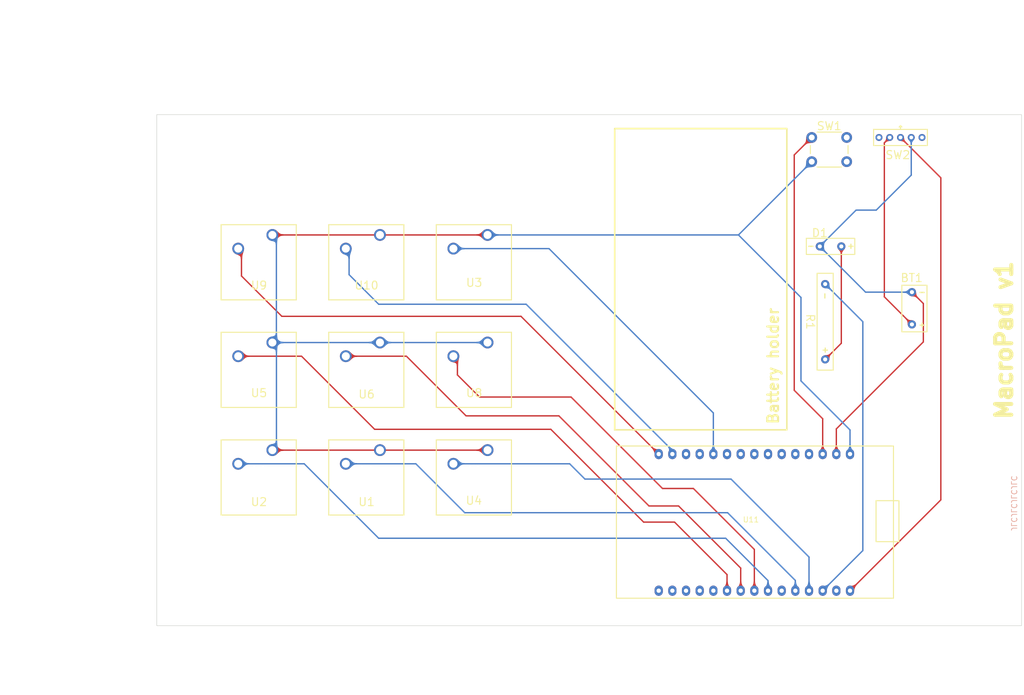
<source format=kicad_pcb>
(kicad_pcb (version 20241229) (generator "pcbnew") (generator_version "9.0")
  (title_block (title "Macro Pad PCB desgin") (date "2025-07-31") (company "Mario Miralles"))
  (layers (0 "F.Cu" signal) (2 "B.Cu" signal) (13 "F.Paste" user) (15 "B.Paste" user) (5 "F.SilkS" user "F.Silkscreen") (7 "B.SilkS" user "B.Silkscreen") (1 "F.Mask" user) (3 "B.Mask" user) (25 "Edge.Cuts" user))
  (net 0 "")
  (net 5 "Net-(BT1-+)")
  (net 6 "Net-(BT1--)")
  (net 7 "Net-(D1-A)")
  (net 8 "Net-(U11-GPIO13)")
  (net 9 "Net-(U11-GPIO15)")
  (net 10 "Net-(U11-3.3v)")
  (net 11 "Net-(U11-VIN)")
  (net 12 "Net-(U11-GPIO23)")
  (net 13 "Net-(U11-GPIO22)")
  (net 14 "Net-(U11-GPIO12)")
  (net 15 "Net-(U11-GPIO32)")
  (net 16 "Net-(U11-GPIO33)")
  (net 17 "Net-(U11-GPIO25)")
  (net 18 "Net-(U11-GPIO26)")
  (net 19 "Net-(U11-GPIO14)")
  (net 31 "Net-(U11-GPIO21)")
  (footprint "CustomSymbols:Resistor_holes" (layer "F.Cu") (at 197.5 96.75 -90)
    (property "Reference" "R1" (at 0 2.75 270) (layer "F.SilkS") (effects (font (size 1.5 1.5) (thickness 0.2))))
    (property "Value" "R")
    (fp_rect (start -9 -1.5) (end 9 1.5) (stroke (width 0.2)) (fill no) (layer "F.SilkS"))
    (fp_text user "-" (at -5.575 0.575 270) (layer "F.SilkS") (effects (font (thickness 0.25) (bold yes)) (justify left bottom)))
    (fp_text user "+" (at 4.5 0.5 270) (layer "F.SilkS") (effects (font (thickness 0.25) (bold yes)) (justify left bottom)))
    (pad "1" thru_hole circle (at -7 0 270) (size 1.524 1.524) (drill 0.762) (layers "*.Cu" "*.Mask") (net 8 "Net-(U11-GPIO13)"))
    (pad "2" thru_hole circle (at 7 0 270) (size 1.524 1.524) (drill 0.762) (layers "*.Cu" "*.Mask") (net 7 "Net-(D1-A)"))
  )
  (footprint "CustomSymbols:LED_holes" (layer "F.Cu") (at 198.5 82.75)
    (property "Reference" "D1" (at -2 -2.5 0) (layer "F.SilkS") (effects (font (size 1.5 1.5) (thickness 0.2))))
    (property "Value" "LED" (hide yes))
    (fp_rect (start -4.5 -1.5) (end 4.5 1.5) (stroke (width 0.2)) (fill no) (layer "F.SilkS"))
    (fp_text user "+" (at 3 0.5 0) (layer "F.SilkS") (effects (font (thickness 0.25) (bold yes)) (justify left bottom)))
    (fp_text user "-" (at -4.45 0.5 0) (layer "F.SilkS") (effects (font (thickness 0.25) (bold yes)) (justify left bottom)))
    (pad "1" thru_hole circle (at -2 0) (size 1.524 1.524) (drill 0.762) (layers "*.Cu" "*.Mask") (net 6 "Net-(BT1--)"))
    (pad "2" thru_hole circle (at 2 0) (size 1.524 1.524) (drill 0.762) (layers "*.Cu" "*.Mask") (net 7 "Net-(D1-A)"))
  )
  (footprint "Button_Switch_Keyboard:SW_Cherry_MX_1.00u_PCB" (layer "F.Cu") (at 112.25 125.75)
    (property "Reference" "U1" (at 0 4.5 0) (layer "F.SilkS") (effects (font (size 1.5 1.5) (thickness 0.2))))
    (property "Value" "~")
    (fp_line (start -7.035 -7.035) (end 6.935 -7.035) (stroke (width 0.2)) (layer "F.SilkS"))
    (fp_line (start -7.035 6.935) (end -7.035 -7.035) (stroke (width 0.2)) (layer "F.SilkS"))
    (fp_line (start 6.935 -7.035) (end 6.935 6.935) (stroke (width 0.2)) (layer "F.SilkS"))
    (fp_line (start 6.935 6.935) (end -7.035 6.935) (stroke (width 0.2)) (layer "F.SilkS"))
    (pad "" np_thru_hole circle (at -5.13 -0.05) (size 1.7 1.7) (drill 1.7) (layers "*.Cu" "*.Mask"))
    (pad "" np_thru_hole circle (at -0.05 -0.05) (size 4 4) (drill 4) (layers "*.Cu" "*.Mask"))
    (pad "" np_thru_hole circle (at 5.03 -0.05) (size 1.7 1.7) (drill 1.7) (layers "*.Cu" "*.Mask"))
    (pad "1" thru_hole circle (at 2.49 -5.13) (size 2.2 2.2) (drill 1.5) (layers "*.Cu" "*.Mask") (net 10 "Net-(U11-3.3v)"))
    (pad "2" thru_hole circle (at -3.86 -2.59) (size 2.2 2.2) (drill 1.5) (layers "*.Cu" "*.Mask") (net 19 "Net-(U11-GPIO14)"))
  )
  (footprint "Button_Switch_Keyboard:SW_Cherry_MX_1.00u_PCB" (layer "F.Cu") (at 132.25 105.75)
    (property "Reference" "U8" (at 0 4.25 0) (layer "F.SilkS") (effects (font (size 1.5 1.5) (thickness 0.2))))
    (property "Value" "~")
    (fp_line (start -7.035 -7.035) (end 6.935 -7.035) (stroke (width 0.2)) (layer "F.SilkS"))
    (fp_line (start -7.035 6.935) (end -7.035 -7.035) (stroke (width 0.2)) (layer "F.SilkS"))
    (fp_line (start 6.935 -7.035) (end 6.935 6.935) (stroke (width 0.2)) (layer "F.SilkS"))
    (fp_line (start 6.935 6.935) (end -7.035 6.935) (stroke (width 0.2)) (layer "F.SilkS"))
    (pad "" np_thru_hole circle (at -5.13 -0.05) (size 1.7 1.7) (drill 1.7) (layers "*.Cu" "*.Mask"))
    (pad "" np_thru_hole circle (at -0.05 -0.05) (size 4 4) (drill 4) (layers "*.Cu" "*.Mask"))
    (pad "" np_thru_hole circle (at 5.03 -0.05) (size 1.7 1.7) (drill 1.7) (layers "*.Cu" "*.Mask"))
    (pad "1" thru_hole circle (at 2.49 -5.13) (size 2.2 2.2) (drill 1.5) (layers "*.Cu" "*.Mask") (net 10 "Net-(U11-3.3v)"))
    (pad "2" thru_hole circle (at -3.86 -2.59) (size 2.2 2.2) (drill 1.5) (layers "*.Cu" "*.Mask") (net 17 "Net-(U11-GPIO25)"))
  )
  (footprint "MountingHole:MountingHole_6mm" (layer "F.Cu") (at 81.25 145.25)
    (property "Reference" "REF**" (hide yes))
    (property "Value" "MountingHole_6mm")
    (pad "" np_thru_hole circle (at 0 0) (size 6 6) (drill 6) (layers "*.Cu" "*.Mask"))
  )
  (footprint "Button_Switch_Keyboard:SW_Cherry_MX_1.00u_PCB" (layer "F.Cu") (at 132.25 85.75)
    (property "Reference" "U3" (at 0 3.75 0) (layer "F.SilkS") (effects (font (size 1.5 1.5) (thickness 0.2))))
    (property "Value" "~")
    (fp_line (start -7.035 -7.035) (end 6.935 -7.035) (stroke (width 0.2)) (layer "F.SilkS"))
    (fp_line (start -7.035 6.935) (end -7.035 -7.035) (stroke (width 0.2)) (layer "F.SilkS"))
    (fp_line (start 6.935 -7.035) (end 6.935 6.935) (stroke (width 0.2)) (layer "F.SilkS"))
    (fp_line (start 6.935 6.935) (end -7.035 6.935) (stroke (width 0.2)) (layer "F.SilkS"))
    (pad "" np_thru_hole circle (at -5.13 -0.05) (size 1.7 1.7) (drill 1.7) (layers "*.Cu" "*.Mask"))
    (pad "" np_thru_hole circle (at -0.05 -0.05) (size 4 4) (drill 4) (layers "*.Cu" "*.Mask"))
    (pad "" np_thru_hole circle (at 5.03 -0.05) (size 1.7 1.7) (drill 1.7) (layers "*.Cu" "*.Mask"))
    (pad "1" thru_hole circle (at 2.49 -5.13) (size 2.2 2.2) (drill 1.5) (layers "*.Cu" "*.Mask") (net 10 "Net-(U11-3.3v)"))
    (pad "2" thru_hole circle (at -3.86 -2.59) (size 2.2 2.2) (drill 1.5) (layers "*.Cu" "*.Mask") (net 31 "Net-(U11-GPIO21)"))
  )
  (footprint "Button_Switch_Keyboard:SW_Cherry_MX_1.00u_PCB" (layer "F.Cu") (at 132.25 125.75)
    (property "Reference" "U4" (at -0.05 4.25 0) (layer "F.SilkS") (effects (font (size 1.5 1.5) (thickness 0.2))))
    (property "Value" "~")
    (fp_line (start -7.035 -7.035) (end 6.935 -7.035) (stroke (width 0.2)) (layer "F.SilkS"))
    (fp_line (start -7.035 6.935) (end -7.035 -7.035) (stroke (width 0.2)) (layer "F.SilkS"))
    (fp_line (start 6.935 -7.035) (end 6.935 6.935) (stroke (width 0.2)) (layer "F.SilkS"))
    (fp_line (start 6.935 6.935) (end -7.035 6.935) (stroke (width 0.2)) (layer "F.SilkS"))
    (pad "" np_thru_hole circle (at -5.13 -0.05) (size 1.7 1.7) (drill 1.7) (layers "*.Cu" "*.Mask"))
    (pad "" np_thru_hole circle (at -0.05 -0.05) (size 4 4) (drill 4) (layers "*.Cu" "*.Mask"))
    (pad "" np_thru_hole circle (at 5.03 -0.05) (size 1.7 1.7) (drill 1.7) (layers "*.Cu" "*.Mask"))
    (pad "1" thru_hole circle (at 2.49 -5.13) (size 2.2 2.2) (drill 1.5) (layers "*.Cu" "*.Mask") (net 10 "Net-(U11-3.3v)"))
    (pad "2" thru_hole circle (at -3.86 -2.59) (size 2.2 2.2) (drill 1.5) (layers "*.Cu" "*.Mask") (net 14 "Net-(U11-GPIO12)"))
  )
  (footprint "Button_Switch_Keyboard:SW_Cherry_MX_1.00u_PCB" (layer "F.Cu") (at 112.25 105.75)
    (property "Reference" "U6" (at 0 4.5 0) (layer "F.SilkS") (effects (font (size 1.5 1.5) (thickness 0.2))))
    (property "Value" "~")
    (fp_line (start -7.035 -7.035) (end 6.935 -7.035) (stroke (width 0.2)) (layer "F.SilkS"))
    (fp_line (start -7.035 6.935) (end -7.035 -7.035) (stroke (width 0.2)) (layer "F.SilkS"))
    (fp_line (start 6.935 -7.035) (end 6.935 6.935) (stroke (width 0.2)) (layer "F.SilkS"))
    (fp_line (start 6.935 6.935) (end -7.035 6.935) (stroke (width 0.2)) (layer "F.SilkS"))
    (pad "" np_thru_hole circle (at -5.13 -0.05) (size 1.7 1.7) (drill 1.7) (layers "*.Cu" "*.Mask"))
    (pad "" np_thru_hole circle (at -0.05 -0.05) (size 4 4) (drill 4) (layers "*.Cu" "*.Mask"))
    (pad "" np_thru_hole circle (at 5.03 -0.05) (size 1.7 1.7) (drill 1.7) (layers "*.Cu" "*.Mask"))
    (pad "1" thru_hole circle (at 2.49 -5.13) (size 2.2 2.2) (drill 1.5) (layers "*.Cu" "*.Mask") (net 10 "Net-(U11-3.3v)"))
    (pad "2" thru_hole circle (at -3.86 -2.59) (size 2.2 2.2) (drill 1.5) (layers "*.Cu" "*.Mask") (net 16 "Net-(U11-GPIO33)"))
  )
  (footprint "Button_Switch_Keyboard:SW_Cherry_MX_1.00u_PCB" (layer "F.Cu") (at 92.25 85.75)
    (property "Reference" "U9" (at 0 4.25 0) (layer "F.SilkS") (effects (font (size 1.5 1.5) (thickness 0.2))))
    (property "Value" "~")
    (fp_line (start -7.035 -7.035) (end 6.935 -7.035) (stroke (width 0.2)) (layer "F.SilkS"))
    (fp_line (start -7.035 6.935) (end -7.035 -7.035) (stroke (width 0.2)) (layer "F.SilkS"))
    (fp_line (start 6.935 -7.035) (end 6.935 6.935) (stroke (width 0.2)) (layer "F.SilkS"))
    (fp_line (start 6.935 6.935) (end -7.035 6.935) (stroke (width 0.2)) (layer "F.SilkS"))
    (pad "" np_thru_hole circle (at -5.13 -0.05) (size 1.7 1.7) (drill 1.7) (layers "*.Cu" "*.Mask"))
    (pad "" np_thru_hole circle (at -0.05 -0.05) (size 4 4) (drill 4) (layers "*.Cu" "*.Mask"))
    (pad "" np_thru_hole circle (at 5.03 -0.05) (size 1.7 1.7) (drill 1.7) (layers "*.Cu" "*.Mask"))
    (pad "1" thru_hole circle (at 2.49 -5.13) (size 2.2 2.2) (drill 1.5) (layers "*.Cu" "*.Mask") (net 10 "Net-(U11-3.3v)"))
    (pad "2" thru_hole circle (at -3.86 -2.59) (size 2.2 2.2) (drill 1.5) (layers "*.Cu" "*.Mask") (net 12 "Net-(U11-GPIO23)"))
  )
  (footprint "clipboard:108cbfb9-6861-4f53-83a6-263d15a50d2a" (layer "F.Cu") (at 174.375 60.85 90)
    (property "Reference" "" (at 0 0 90) (layer "F.SilkS") (effects (font (size 1.27 1.27))))
    (property "Value" "" (at 0 0 90) (layer "F.SilkS") (effects (font (size 1.27 1.27))))
    (fp_rect (start -56 -16) (end 0 16) (stroke (width 0.3)) (fill no) (layer "F.SilkS"))
  )
  (footprint "MountingHole:MountingHole_6mm" (layer "F.Cu") (at 143.25 145.25)
    (property "Reference" "REF**" (hide yes))
    (property "Value" "MountingHole_6mm")
    (pad "" np_thru_hole circle (at 0 0) (size 6 6) (drill 6) (layers "*.Cu" "*.Mask"))
  )
  (footprint "MountingHole:MountingHole_6mm" (layer "F.Cu") (at 226 145.25)
    (property "Reference" "REF**" (hide yes))
    (property "Value" "MountingHole_6mm")
    (pad "" np_thru_hole circle (at 0 0) (size 6 6) (drill 6) (layers "*.Cu" "*.Mask"))
  )
  (footprint "MountingHole:MountingHole_6mm" (layer "F.Cu") (at 143.25 66.25)
    (property "Reference" "REF**" (hide yes))
    (property "Value" "MountingHole_6mm")
    (pad "" np_thru_hole circle (at 0 0) (size 6 6) (drill 6) (layers "*.Cu" "*.Mask"))
  )
  (footprint "CustomSymbols:Battery holder" (layer "F.Cu") (at 213.625 94.25)
    (property "Reference" "BT1" (at -0.05 -5.65 0) (layer "F.SilkS") (effects (font (size 1.5 1.5) (thickness 0.2))))
    (property "Value" "Battery" (hide yes))
    (fp_rect (start -10.525 14.725) (end -10.525 14.725) (stroke (width 0.1)) (fill no) (layer "F.SilkS"))
    (fp_rect (start -1.875 -4.275) (end 2.8 4.375) (stroke (width 0.2)) (fill no) (layer "F.SilkS"))
    (fp_text user "-" (at 1.1 -2.425 0) (layer "F.SilkS") (effects (font (thickness 0.25) (bold yes)) (justify left bottom)))
    (fp_text user "+" (at 1.125 3.65 0) (layer "F.SilkS") (effects (font (thickness 0.25) (bold yes)) (justify left bottom)))
    (pad "1" thru_hole circle (at 0 3) (size 1.524 1.524) (drill 0.762) (layers "*.Cu" "*.Mask") (net 5 "Net-(BT1-+)"))
    (pad "2" thru_hole circle (at 0 -3) (size 1.524 1.524) (drill 0.762) (layers "*.Cu" "*.Mask") (net 6 "Net-(BT1--)"))
  )
  (footprint "Button_Switch_THT:SW_PUSH_6mm_H5mm" (layer "F.Cu") (at 195 62.5)
    (property "Reference" "SW1" (at 3.25 -2.125 0) (layer "F.SilkS") (effects (font (size 1.5 1.5) (thickness 0.2))))
    (property "Value" "SW_Push")
    (fp_line (start -0.25 1.5) (end -0.25 3) (stroke (width 0.2)) (layer "F.SilkS"))
    (fp_line (start 1 5.5) (end 5.5 5.5) (stroke (width 0.2)) (layer "F.SilkS"))
    (fp_line (start 5.5 -1) (end 1 -1) (stroke (width 0.2)) (layer "F.SilkS"))
    (fp_line (start 6.75 3) (end 6.75 1.5) (stroke (width 0.2)) (layer "F.SilkS"))
    (pad "1" thru_hole circle (at 0 0 90) (size 2 2) (drill 1.1) (layers "*.Cu" "*.Mask") (net 9 "Net-(U11-GPIO15)"))
    (pad "1" thru_hole circle (at 6.5 0 90) (size 2 2) (drill 1.1) (layers "*.Cu" "*.Mask") (net 9 "Net-(U11-GPIO15)"))
    (pad "2" thru_hole circle (at 0 4.5 90) (size 2 2) (drill 1.1) (layers "*.Cu" "*.Mask") (net 10 "Net-(U11-3.3v)"))
    (pad "2" thru_hole circle (at 6.5 4.5 90) (size 2 2) (drill 1.1) (layers "*.Cu" "*.Mask") (net 10 "Net-(U11-3.3v)"))
  )
  (footprint "Button_Switch_Keyboard:SW_Cherry_MX_1.00u_PCB" (layer "F.Cu") (at 92.25 125.75)
    (property "Reference" "U2" (at 0 4.5 0) (layer "F.SilkS") (effects (font (size 1.5 1.5) (thickness 0.2))))
    (property "Value" "~")
    (fp_line (start -7.035 -7.035) (end 6.935 -7.035) (stroke (width 0.2)) (layer "F.SilkS"))
    (fp_line (start -7.035 6.935) (end -7.035 -7.035) (stroke (width 0.2)) (layer "F.SilkS"))
    (fp_line (start 6.935 -7.035) (end 6.935 6.935) (stroke (width 0.2)) (layer "F.SilkS"))
    (fp_line (start 6.935 6.935) (end -7.035 6.935) (stroke (width 0.2)) (layer "F.SilkS"))
    (pad "" np_thru_hole circle (at -5.13 -0.05) (size 1.7 1.7) (drill 1.7) (layers "*.Cu" "*.Mask"))
    (pad "" np_thru_hole circle (at -0.05 -0.05) (size 4 4) (drill 4) (layers "*.Cu" "*.Mask"))
    (pad "" np_thru_hole circle (at 5.03 -0.05) (size 1.7 1.7) (drill 1.7) (layers "*.Cu" "*.Mask"))
    (pad "1" thru_hole circle (at 2.49 -5.13) (size 2.2 2.2) (drill 1.5) (layers "*.Cu" "*.Mask") (net 10 "Net-(U11-3.3v)"))
    (pad "2" thru_hole circle (at -3.86 -2.59) (size 2.2 2.2) (drill 1.5) (layers "*.Cu" "*.Mask") (net 18 "Net-(U11-GPIO26)"))
  )
  (footprint "CustomSymbols:Switch conmutador" (layer "F.Cu") (at 211.5 62.5)
    (property "Reference" "SW2" (at -0.5 3.25 0) (layer "F.SilkS") (effects (font (size 1.5 1.5) (thickness 0.2))))
    (property "Value" "~" (hide yes))
    (fp_line (start -0.25 -1.925) (end 0 -2.2) (stroke (width 0.1)) (layer "F.SilkS"))
    (fp_line (start 0 -2.2) (end -0.25 -1.925) (stroke (width 0.2)) (layer "F.SilkS"))
    (fp_line (start 0 -2.2) (end 0.25 -1.95) (stroke (width 0.2)) (layer "F.SilkS"))
    (fp_line (start 0 -1.5) (end 0 -2.2) (stroke (width 0.2)) (layer "F.SilkS"))
    (fp_rect (start -5 -1.5) (end 5 1.5) (stroke (width 0.2)) (fill no) (layer "F.SilkS"))
    (pad "" thru_hole circle (at -4 0) (size 1.3 1.3) (drill 0.7) (layers "*.Cu" "*.Mask"))
    (pad "" thru_hole circle (at 4 0) (size 1.3 1.3) (drill 0.7) (layers "*.Cu" "*.Mask"))
    (pad "1" thru_hole circle (at -2 0) (size 1.3 1.3) (drill 0.7) (layers "*.Cu" "*.Mask") (net 5 "Net-(BT1-+)"))
    (pad "2" thru_hole circle (at 0 0) (size 1.3 1.3) (drill 0.7) (layers "*.Cu" "*.Mask") (net 11 "Net-(U11-VIN)"))
    (pad "3" thru_hole circle (at 2 0) (size 1.3 1.3) (drill 0.7) (layers "*.Cu" "*.Mask") (net 6 "Net-(BT1--)"))
  )
  (footprint "MountingHole:MountingHole_6mm" (layer "F.Cu") (at 81.25 66.25)
    (property "Reference" "REF**" (hide yes))
    (property "Value" "MountingHole_6mm")
    (pad "" np_thru_hole circle (at 0 0) (size 6 6) (drill 6) (layers "*.Cu" "*.Mask"))
  )
  (footprint "MountingHole:MountingHole_6mm" (layer "F.Cu") (at 226 66.25)
    (property "Reference" "REF**" (hide yes))
    (property "Value" "MountingHole_6mm")
    (pad "" np_thru_hole circle (at 0 0) (size 6 6) (drill 6) (layers "*.Cu" "*.Mask"))
  )
  (footprint "Button_Switch_Keyboard:SW_Cherry_MX_1.00u_PCB" (layer "F.Cu") (at 92.25 105.75)
    (property "Reference" "U5" (at 0 4.25 0) (layer "F.SilkS") (effects (font (size 1.5 1.5) (thickness 0.2))))
    (property "Value" "~")
    (fp_line (start -7.035 -7.035) (end 6.935 -7.035) (stroke (width 0.2)) (layer "F.SilkS"))
    (fp_line (start -7.035 6.935) (end -7.035 -7.035) (stroke (width 0.2)) (layer "F.SilkS"))
    (fp_line (start 6.935 -7.035) (end 6.935 6.935) (stroke (width 0.2)) (layer "F.SilkS"))
    (fp_line (start 6.935 6.935) (end -7.035 6.935) (stroke (width 0.2)) (layer "F.SilkS"))
    (pad "" np_thru_hole circle (at -5.13 -0.05) (size 1.7 1.7) (drill 1.7) (layers "*.Cu" "*.Mask"))
    (pad "" np_thru_hole circle (at -0.05 -0.05) (size 4 4) (drill 4) (layers "*.Cu" "*.Mask"))
    (pad "" np_thru_hole circle (at 5.03 -0.05) (size 1.7 1.7) (drill 1.7) (layers "*.Cu" "*.Mask"))
    (pad "1" thru_hole circle (at 2.49 -5.13) (size 2.2 2.2) (drill 1.5) (layers "*.Cu" "*.Mask") (net 10 "Net-(U11-3.3v)"))
    (pad "2" thru_hole circle (at -3.86 -2.59) (size 2.2 2.2) (drill 1.5) (layers "*.Cu" "*.Mask") (net 15 "Net-(U11-GPIO32)"))
  )
  (footprint "Button_Switch_Keyboard:SW_Cherry_MX_1.00u_PCB" (layer "F.Cu") (at 112.25 85.75)
    (property "Reference" "U10" (at 0 4.25 0) (layer "F.SilkS") (effects (font (size 1.5 1.5) (thickness 0.2))))
    (property "Value" "~")
    (fp_line (start -7.035 -7.035) (end 6.935 -7.035) (stroke (width 0.2)) (layer "F.SilkS"))
    (fp_line (start -7.035 6.935) (end -7.035 -7.035) (stroke (width 0.2)) (layer "F.SilkS"))
    (fp_line (start 6.935 -7.035) (end 6.935 6.935) (stroke (width 0.2)) (layer "F.SilkS"))
    (fp_line (start 6.935 6.935) (end -7.035 6.935) (stroke (width 0.2)) (layer "F.SilkS"))
    (pad "" np_thru_hole circle (at -5.13 -0.05) (size 1.7 1.7) (drill 1.7) (layers "*.Cu" "*.Mask"))
    (pad "" np_thru_hole circle (at -0.05 -0.05) (size 4 4) (drill 4) (layers "*.Cu" "*.Mask"))
    (pad "" np_thru_hole circle (at 5.03 -0.05) (size 1.7 1.7) (drill 1.7) (layers "*.Cu" "*.Mask"))
    (pad "1" thru_hole circle (at 2.49 -5.13) (size 2.2 2.2) (drill 1.5) (layers "*.Cu" "*.Mask") (net 10 "Net-(U11-3.3v)"))
    (pad "2" thru_hole circle (at -3.86 -2.59) (size 2.2 2.2) (drill 1.5) (layers "*.Cu" "*.Mask") (net 13 "Net-(U11-GPIO22)"))
  )
  (footprint "ESP32_Footprints:ESP32_30pin" (layer "F.Cu") (at 184.095187 133.82246)
    (property "Reference" "U11" (at -0.395187 -0.27246 0) (layer "F.SilkS"))
    (property "Value" "~")
    (fp_rect (start -25.4 -13.97) (end 26.1 14.33) (stroke (width 0.2)) (fill no) (layer "F.SilkS"))
    (fp_rect (start 22.86 -3.81) (end 27.114179 3.81) (stroke (width 0.2)) (fill no) (layer "F.SilkS"))
    (pad "1" thru_hole oval (at 18.019813 12.92754) (size 1.524 1.9) (drill 0.8) (layers "*.Cu" "*.Mask") (net 11 "Net-(U11-VIN)"))
    (pad "2" thru_hole oval (at 15.479813 12.92754) (size 1.524 1.9) (drill 0.8) (layers "*.Cu" "*.Mask"))
    (pad "3" thru_hole oval (at 12.939813 12.92754) (size 1.524 1.9) (drill 0.8) (layers "*.Cu" "*.Mask") (net 8 "Net-(U11-GPIO13)"))
    (pad "4" thru_hole oval (at 10.399813 12.92754) (size 1.524 1.9) (drill 0.8) (layers "*.Cu" "*.Mask") (net 14 "Net-(U11-GPIO12)"))
    (pad "5" thru_hole oval (at 7.859813 12.92754) (size 1.524 1.9) (drill 0.8) (layers "*.Cu" "*.Mask") (net 19 "Net-(U11-GPIO14)"))
    (pad "6" thru_hole oval (at 5.319813 12.92754) (size 1.524 1.9) (drill 0.8) (layers "*.Cu" "*.Mask"))
    (pad "7" thru_hole oval (at 2.779813 12.92754) (size 1.524 1.9) (drill 0.8) (layers "*.Cu" "*.Mask") (net 18 "Net-(U11-GPIO26)"))
    (pad "8" thru_hole oval (at 0.239813 12.92754) (size 1.524 1.9) (drill 0.8) (layers "*.Cu" "*.Mask") (net 17 "Net-(U11-GPIO25)"))
    (pad "9" thru_hole oval (at -2.300187 12.92754) (size 1.524 1.9) (drill 0.8) (layers "*.Cu" "*.Mask") (net 16 "Net-(U11-GPIO33)"))
    (pad "10" thru_hole oval (at -4.840187 12.92754) (size 1.524 1.9) (drill 0.8) (layers "*.Cu" "*.Mask") (net 15 "Net-(U11-GPIO32)"))
    (pad "11" thru_hole oval (at -7.380187 12.92754) (size 1.524 1.9) (drill 0.8) (layers "*.Cu" "*.Mask"))
    (pad "12" thru_hole oval (at -9.920187 12.92754) (size 1.524 1.9) (drill 0.8) (layers "*.Cu" "*.Mask"))
    (pad "13" thru_hole oval (at -12.460187 12.92754) (size 1.524 1.9) (drill 0.8) (layers "*.Cu" "*.Mask"))
    (pad "14" thru_hole oval (at -15.000187 12.92754) (size 1.524 1.9) (drill 0.8) (layers "*.Cu" "*.Mask"))
    (pad "15" thru_hole oval (at -17.540187 12.92754) (size 1.524 1.9) (drill 0.8) (layers "*.Cu" "*.Mask"))
    (pad "16" thru_hole oval (at 18.019813 -12.47246) (size 1.524 1.9) (drill 0.8) (layers "*.Cu" "*.Mask") (net 10 "Net-(U11-3.3v)"))
    (pad "17" thru_hole oval (at 15.479813 -12.47246) (size 1.524 1.9) (drill 0.8) (layers "*.Cu" "*.Mask") (net 6 "Net-(BT1--)"))
    (pad "18" thru_hole oval (at 12.939813 -12.47246) (size 1.524 1.9) (drill 0.8) (layers "*.Cu" "*.Mask") (net 9 "Net-(U11-GPIO15)"))
    (pad "19" thru_hole oval (at 10.399813 -12.47246) (size 1.524 1.9) (drill 0.8) (layers "*.Cu" "*.Mask"))
    (pad "20" thru_hole oval (at 7.859813 -12.47246) (size 1.524 1.9) (drill 0.8) (layers "*.Cu" "*.Mask"))
    (pad "21" thru_hole oval (at 5.319813 -12.47246) (size 1.524 1.9) (drill 0.8) (layers "*.Cu" "*.Mask"))
    (pad "22" thru_hole oval (at 2.779813 -12.47246) (size 1.524 1.9) (drill 0.8) (layers "*.Cu" "*.Mask"))
    (pad "23" thru_hole oval (at 0.239813 -12.47246) (size 1.524 1.9) (drill 0.8) (layers "*.Cu" "*.Mask"))
    (pad "24" thru_hole oval (at -2.300187 -12.47246) (size 1.524 1.9) (drill 0.8) (layers "*.Cu" "*.Mask"))
    (pad "25" thru_hole oval (at -4.840187 -12.47246) (size 1.524 1.9) (drill 0.8) (layers "*.Cu" "*.Mask"))
    (pad "26" thru_hole oval (at -7.380187 -12.47246) (size 1.524 1.9) (drill 0.8) (layers "*.Cu" "*.Mask") (net 31 "Net-(U11-GPIO21)"))
    (pad "27" thru_hole oval (at -9.920187 -12.47246) (size 1.524 1.9) (drill 0.8) (layers "*.Cu" "*.Mask"))
    (pad "28" thru_hole oval (at -12.460187 -12.47246) (size 1.524 1.9) (drill 0.8) (layers "*.Cu" "*.Mask"))
    (pad "29" thru_hole oval (at -15.000187 -12.47246) (size 1.524 1.9) (drill 0.8) (layers "*.Cu" "*.Mask") (net 13 "Net-(U11-GPIO22)"))
    (pad "30" thru_hole oval (at -17.540187 -12.47246) (size 1.524 1.9) (drill 0.8) (layers "*.Cu" "*.Mask") (net 12 "Net-(U11-GPIO23)"))
  )
  (gr_rect (start 73.25 58.25) (end 234 153.25) (stroke (width 0.1)) (fill no) (layer "Edge.Cuts"))
  (gr_text "Battery holder" (at 189 116 90) (layer "F.SilkS") (effects (font (size 2 2) (thickness 0.4) (bold yes)) (justify left bottom)))
  (gr_text "MacroPad v1" (at 232.5 115.25 90) (layer "F.SilkS") (effects (font (size 3 3) (thickness 0.75) (bold yes)) (justify left bottom)))
  (gr_text "JLCJLCJLCJLC" (at 232 135.75 -90) (layer "B.SilkS") (effects (font (size 1 1)) (justify left bottom mirror)))
  (segment (start 208.5 63.5) (end 208.5 92.125) (width 0.25) (layer "F.Cu") (net 5))
  (segment (start 208.5 92.125) (end 213.625 97.25) (width 0.25) (layer "F.Cu") (net 5))
  (segment (start 209.5 62.5) (end 208.5 63.5) (width 0.25) (layer "F.Cu") (net 5))
  (segment (start 199.575 116.675) (end 199.575 121.35) (width 0.25) (layer "F.Cu") (net 6))
  (segment (start 215.75 100.5) (end 199.575 116.675) (width 0.25) (layer "F.Cu") (net 6))
  (segment (start 213.625 91.25) (end 215.75 93.375) (width 0.25) (layer "F.Cu") (net 6))
  (segment (start 215.75 93.375) (end 215.75 100.5) (width 0.25) (layer "F.Cu") (net 6))
  (segment (start 213.5 69.5) (end 207 76) (width 0.25) (layer "B.Cu") (net 6))
  (segment (start 207 76) (end 203.25 76) (width 0.25) (layer "B.Cu") (net 6))
  (segment (start 213.5 62.5) (end 213.5 69.5) (width 0.25) (layer "B.Cu") (net 6))
  (segment (start 205 91.25) (end 213.625 91.25) (width 0.25) (layer "B.Cu") (net 6))
  (segment (start 196.5 82.75) (end 205 91.25) (width 0.25) (layer "B.Cu") (net 6))
  (segment (start 203.25 76) (end 196.5 82.75) (width 0.25) (layer "B.Cu") (net 6))
  (segment (start 200.5 82.75) (end 200.5 100.75) (width 0.25) (layer "F.Cu") (net 7))
  (segment (start 200.5 100.75) (end 197.5 103.75) (width 0.25) (layer "F.Cu") (net 7))
  (segment (start 204.5 139.285) (end 197.035 146.75) (width 0.25) (layer "B.Cu") (net 8))
  (segment (start 204.5 96.75) (end 204.5 139.285) (width 0.25) (layer "B.Cu") (net 8))
  (segment (start 197.5 89.75) (end 204.5 96.75) (width 0.25) (layer "B.Cu") (net 8))
  (segment (start 197.035 114.785) (end 197.035 121.35) (width 0.25) (layer "F.Cu") (net 9))
  (segment (start 191.75 109.5) (end 197.035 114.785) (width 0.25) (layer "F.Cu") (net 9))
  (segment (start 191.75 65.75) (end 191.75 109.5) (width 0.25) (layer "F.Cu") (net 9))
  (segment (start 195 62.5) (end 191.75 65.75) (width 0.25) (layer "F.Cu") (net 9))
  (segment (start 134.74 120.62) (end 94.74 120.62) (width 0.25) (layer "F.Cu") (net 10))
  (segment (start 95.49 80.62) (end 135.49 80.62) (width 0.25) (layer "F.Cu") (net 10))
  (segment (start 95.49 80.62) (end 95.49 100.62) (width 0.25) (layer "B.Cu") (net 10))
  (segment (start 114.74 100.62) (end 94.74 100.62) (width 0.25) (layer "B.Cu") (net 10))
  (segment (start 135.49 80.62) (end 181.38 80.62) (width 0.25) (layer "B.Cu") (net 10))
  (segment (start 114.74 100.62) (end 134.74 100.62) (width 0.25) (layer "B.Cu") (net 10))
  (segment (start 193 107.75) (end 202.115 116.865) (width 0.25) (layer "B.Cu") (net 10))
  (segment (start 181.38 80.62) (end 195 67) (width 0.25) (layer "B.Cu") (net 10))
  (segment (start 202.115 116.865) (end 202.115 121.35) (width 0.25) (layer "B.Cu") (net 10))
  (segment (start 95.5 101.38) (end 95.5 119.86) (width 0.25) (layer "B.Cu") (net 10))
  (segment (start 95.5 119.86) (end 94.74 120.62) (width 0.25) (layer "B.Cu") (net 10))
  (segment (start 193 92.24) (end 193 107.75) (width 0.25) (layer "B.Cu") (net 10))
  (segment (start 94.74 100.62) (end 95.5 101.38) (width 0.25) (layer "B.Cu") (net 10))
  (segment (start 181.38 80.62) (end 193 92.24) (width 0.25) (layer "B.Cu") (net 10))
  (segment (start 219 129.865) (end 202.115 146.75) (width 0.25) (layer "F.Cu") (net 11))
  (segment (start 211.5 62.5) (end 219 70) (width 0.25) (layer "F.Cu") (net 11))
  (segment (start 219 70) (end 219 129.865) (width 0.25) (layer "F.Cu") (net 11))
  (segment (start 89 83.77) (end 89 88.25) (width 0.25) (layer "F.Cu") (net 12))
  (segment (start 89 88.25) (end 96.5 95.75) (width 0.25) (layer "F.Cu") (net 12))
  (segment (start 88.39 83.16) (end 89 83.77) (width 0.25) (layer "F.Cu") (net 12))
  (segment (start 140.955 95.75) (end 166.555 121.35) (width 0.25) (layer "F.Cu") (net 12))
  (segment (start 96.5 95.75) (end 140.955 95.75) (width 0.25) (layer "F.Cu") (net 12))
  (segment (start 114.5 93.5) (end 141.914548 93.5) (width 0.25) (layer "B.Cu") (net 13))
  (segment (start 109 88) (end 114.5 93.5) (width 0.25) (layer "B.Cu") (net 13))
  (segment (start 109 83.77) (end 109 88) (width 0.25) (layer "B.Cu") (net 13))
  (segment (start 108.39 83.16) (end 109 83.77) (width 0.25) (layer "B.Cu") (net 13))
  (segment (start 169.095 120.680452) (end 169.095 121.35) (width 0.25) (layer "B.Cu") (net 13))
  (segment (start 141.914548 93.5) (end 169.095 120.680452) (width 0.25) (layer "B.Cu") (net 13))
  (segment (start 128.39 123.16) (end 150 123.16) (width 0.25) (layer "B.Cu") (net 14))
  (segment (start 152.84 126) (end 180 126) (width 0.25) (layer "B.Cu") (net 14))
  (segment (start 194.495 140.495) (end 194.495 146.75) (width 0.25) (layer "B.Cu") (net 14))
  (segment (start 180 126) (end 194.495 140.495) (width 0.25) (layer "B.Cu") (net 14))
  (segment (start 150 123.16) (end 152.84 126) (width 0.25) (layer "B.Cu") (net 14))
  (segment (start 100.16 103.16) (end 113.75 116.75) (width 0.25) (layer "F.Cu") (net 15))
  (segment (start 88.39 103.16) (end 100.16 103.16) (width 0.25) (layer "F.Cu") (net 15))
  (segment (start 179.255 143.755) (end 179.255 146.75) (width 0.25) (layer "F.Cu") (net 15))
  (segment (start 146.5 116.75) (end 163.75 134) (width 0.25) (layer "F.Cu") (net 15))
  (segment (start 163.75 134) (end 169.5 134) (width 0.25) (layer "F.Cu") (net 15))
  (segment (start 169.5 134) (end 179.255 143.755) (width 0.25) (layer "F.Cu") (net 15))
  (segment (start 113.75 116.75) (end 146.5 116.75) (width 0.25) (layer "F.Cu") (net 15))
  (segment (start 181.795 142.545) (end 181.795 146.75) (width 0.25) (layer "F.Cu") (net 16))
  (segment (start 148 114.25) (end 164.75 131) (width 0.25) (layer "F.Cu") (net 16))
  (segment (start 170.25 131) (end 181.795 142.545) (width 0.25) (layer "F.Cu") (net 16))
  (segment (start 108.39 103.16) (end 119.66 103.16) (width 0.25) (layer "F.Cu") (net 16))
  (segment (start 130.75 114.25) (end 148 114.25) (width 0.25) (layer "F.Cu") (net 16))
  (segment (start 164.75 131) (end 170.25 131) (width 0.25) (layer "F.Cu") (net 16))
  (segment (start 119.66 103.16) (end 130.75 114.25) (width 0.25) (layer "F.Cu") (net 16))
  (segment (start 129.14 103.16) (end 129.14 106.64) (width 0.25) (layer "F.Cu") (net 17))
  (segment (start 150.259874 110.75) (end 167.259874 127.75) (width 0.25) (layer "F.Cu") (net 17))
  (segment (start 173 127.75) (end 184.335 139.085) (width 0.25) (layer "F.Cu") (net 17))
  (segment (start 184.335 139.085) (end 184.335 146.75) (width 0.25) (layer "F.Cu") (net 17))
  (segment (start 167.259874 127.75) (end 173 127.75) (width 0.25) (layer "F.Cu") (net 17))
  (segment (start 129.14 106.64) (end 133.25 110.75) (width 0.25) (layer "F.Cu") (net 17))
  (segment (start 133.25 110.75) (end 150.259874 110.75) (width 0.25) (layer "F.Cu") (net 17))
  (segment (start 179 137) (end 186.875 144.875) (width 0.25) (layer "B.Cu") (net 18))
  (segment (start 88.39 123.16) (end 100.66 123.16) (width 0.25) (layer "B.Cu") (net 18))
  (segment (start 186.875 144.875) (end 186.875 146.75) (width 0.25) (layer "B.Cu") (net 18))
  (segment (start 100.66 123.16) (end 114.5 137) (width 0.25) (layer "B.Cu") (net 18))
  (segment (start 114.5 137) (end 179 137) (width 0.25) (layer "B.Cu") (net 18))
  (segment (start 191.955 144.84781) (end 191.955 146.75) (width 0.25) (layer "B.Cu") (net 19))
  (segment (start 108.39 123.16) (end 121.41 123.16) (width 0.25) (layer "B.Cu") (net 19))
  (segment (start 179.35719 132.25) (end 191.955 144.84781) (width 0.25) (layer "B.Cu") (net 19))
  (segment (start 130.5 132.25) (end 179.35719 132.25) (width 0.25) (layer "B.Cu") (net 19))
  (segment (start 121.41 123.16) (end 130.5 132.25) (width 0.25) (layer "B.Cu") (net 19))
  (segment (start 176.715 113.715) (end 176.715 121.35) (width 0.25) (layer "B.Cu") (net 31))
  (segment (start 128.39 83.16) (end 146.16 83.16) (width 0.25) (layer "B.Cu") (net 31))
  (segment (start 146.16 83.16) (end 176.715 113.715) (width 0.25) (layer "B.Cu") (net 31))
)
</source>
